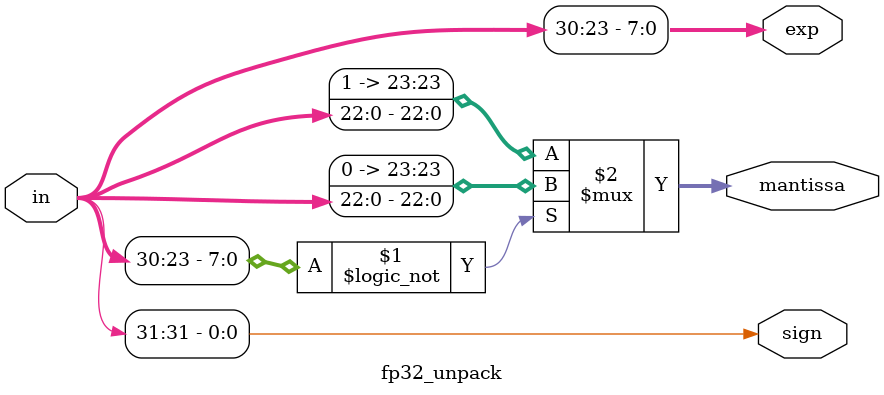
<source format=v>
module fp32_unpack(in, sign, exp, mantissa);
    input [31:0] in;
    output sign;
    output [7:0] exp;
    output [23:0] mantissa;
    assign sign = in[31];
    assign exp = in[30:23];
    assign mantissa = (exp == 8'b0) ? {1'b0, in[22:0]} : {1'b1, in[22:0]};
endmodule


</source>
